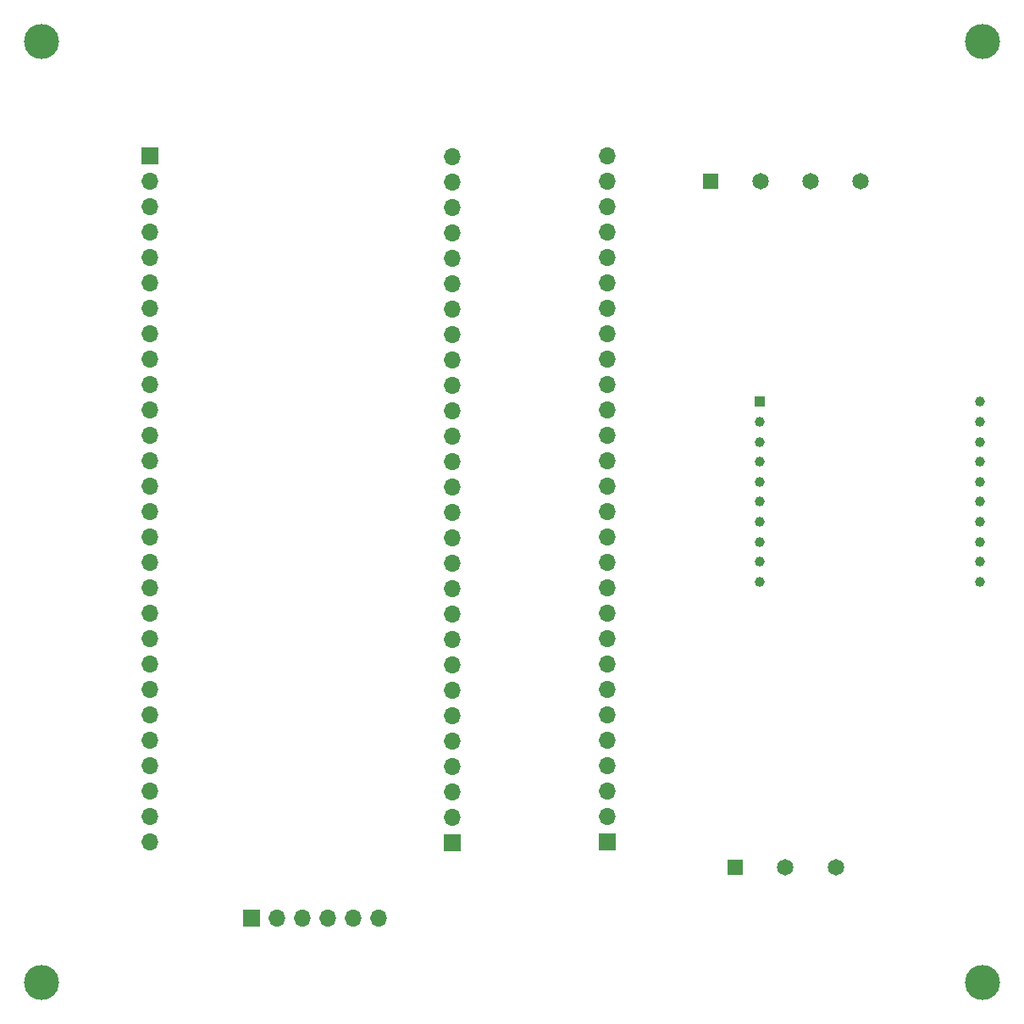
<source format=gbr>
%TF.GenerationSoftware,KiCad,Pcbnew,(5.0.1)-4*%
%TF.CreationDate,2019-03-02T18:56:36-06:00*%
%TF.ProjectId,uC and Xbee,754320616E6420586265652E6B696361,rev?*%
%TF.SameCoordinates,Original*%
%TF.FileFunction,Copper,L1,Top,Signal*%
%TF.FilePolarity,Positive*%
%FSLAX46Y46*%
G04 Gerber Fmt 4.6, Leading zero omitted, Abs format (unit mm)*
G04 Created by KiCad (PCBNEW (5.0.1)-4) date 2019-03-02 6:56:36 PM*
%MOMM*%
%LPD*%
G01*
G04 APERTURE LIST*
%TA.AperFunction,ComponentPad*%
%ADD10C,1.008000*%
%TD*%
%TA.AperFunction,ComponentPad*%
%ADD11R,1.008000X1.008000*%
%TD*%
%TA.AperFunction,ComponentPad*%
%ADD12R,1.650000X1.650000*%
%TD*%
%TA.AperFunction,ComponentPad*%
%ADD13C,1.650000*%
%TD*%
%TA.AperFunction,ComponentPad*%
%ADD14R,1.700000X1.700000*%
%TD*%
%TA.AperFunction,ComponentPad*%
%ADD15O,1.700000X1.700000*%
%TD*%
%TA.AperFunction,ComponentPad*%
%ADD16C,3.500000*%
%TD*%
G04 APERTURE END LIST*
D10*
%TO.P,U1,11*%
%TO.N,Net-(U1-Pad11)*%
X202254000Y-100991000D03*
%TO.P,U1,12*%
%TO.N,Net-(U1-Pad12)*%
X202254000Y-98991000D03*
%TO.P,U1,13*%
%TO.N,Net-(U1-Pad13)*%
X202254000Y-96991000D03*
%TO.P,U1,14*%
%TO.N,Net-(U1-Pad14)*%
X202254000Y-94991000D03*
%TO.P,U1,15*%
%TO.N,Net-(U1-Pad15)*%
X202254000Y-92991000D03*
%TO.P,U1,16*%
%TO.N,Net-(U1-Pad16)*%
X202254000Y-90991000D03*
%TO.P,U1,17*%
%TO.N,Net-(U1-Pad17)*%
X202254000Y-88991000D03*
%TO.P,U1,18*%
%TO.N,Net-(U1-Pad18)*%
X202254000Y-86991000D03*
%TO.P,U1,19*%
%TO.N,Net-(U1-Pad19)*%
X202254000Y-84991000D03*
%TO.P,U1,20*%
%TO.N,Net-(U1-Pad20)*%
X202254000Y-82991000D03*
%TO.P,U1,10*%
%TO.N,GND1*%
X180254000Y-100991000D03*
%TO.P,U1,9*%
%TO.N,Net-(U1-Pad9)*%
X180254000Y-98991000D03*
%TO.P,U1,8*%
%TO.N,Net-(U1-Pad8)*%
X180254000Y-96991000D03*
%TO.P,U1,7*%
%TO.N,Net-(U1-Pad7)*%
X180254000Y-94991000D03*
%TO.P,U1,6*%
%TO.N,Net-(U1-Pad6)*%
X180254000Y-92991000D03*
%TO.P,U1,5*%
%TO.N,Net-(U1-Pad5)*%
X180254000Y-90991000D03*
%TO.P,U1,4*%
%TO.N,Net-(U1-Pad4)*%
X180254000Y-88991000D03*
%TO.P,U1,3*%
%TO.N,PA9*%
X180254000Y-86991000D03*
%TO.P,U1,2*%
%TO.N,PA10*%
X180254000Y-84991000D03*
D11*
%TO.P,U1,1*%
%TO.N,3.3V1*%
X180254000Y-82991000D03*
%TD*%
D12*
%TO.P,J2,1*%
%TO.N,GND1*%
X175340000Y-60920000D03*
D13*
%TO.P,J2,2*%
%TO.N,3.3V1*%
X180340000Y-60920000D03*
%TO.P,J2,3*%
%TO.N,PA0*%
X185340000Y-60920000D03*
%TO.P,J2,4*%
%TO.N,PA1*%
X190340000Y-60920000D03*
%TD*%
D14*
%TO.P,J3,1*%
%TO.N,PB10*%
X129500000Y-134580000D03*
D15*
%TO.P,J3,2*%
%TO.N,PB11*%
X132040000Y-134580000D03*
%TO.P,J3,3*%
%TO.N,PB12*%
X134580000Y-134580000D03*
%TO.P,J3,4*%
%TO.N,PB13*%
X137120000Y-134580000D03*
%TO.P,J3,5*%
%TO.N,PB14*%
X139660000Y-134580000D03*
%TO.P,J3,6*%
%TO.N,PB15*%
X142200000Y-134580000D03*
%TD*%
D12*
%TO.P,J1,1*%
%TO.N,PB0*%
X177840000Y-129500000D03*
D13*
%TO.P,J1,2*%
%TO.N,GND1*%
X182840000Y-129500000D03*
%TO.P,J1,3*%
%TO.N,3.3V1*%
X187840000Y-129500000D03*
%TD*%
D14*
%TO.P,J4,1*%
%TO.N,GND1*%
X119340000Y-58380000D03*
D15*
%TO.P,J4,2*%
%TO.N,Net-(J4-Pad2)*%
X119340000Y-60920000D03*
%TO.P,J4,3*%
%TO.N,3.3V1*%
X119340000Y-63460000D03*
%TO.P,J4,4*%
%TO.N,VBAT*%
X119340000Y-66000000D03*
%TO.P,J4,5*%
%TO.N,PC13*%
X119340000Y-68540000D03*
%TO.P,J4,6*%
%TO.N,PC14*%
X119340000Y-71080000D03*
%TO.P,J4,7*%
%TO.N,PC15*%
X119340000Y-73620000D03*
%TO.P,J4,8*%
%TO.N,PD0*%
X119340000Y-76160000D03*
%TO.P,J4,9*%
%TO.N,PD1*%
X119340000Y-78700000D03*
%TO.P,J4,10*%
%TO.N,RST*%
X119340000Y-81240000D03*
%TO.P,J4,11*%
%TO.N,PC0*%
X119340000Y-83780000D03*
%TO.P,J4,12*%
%TO.N,PC1*%
X119340000Y-86320000D03*
%TO.P,J4,13*%
%TO.N,PC2*%
X119340000Y-88860000D03*
%TO.P,J4,14*%
%TO.N,PC3*%
X119340000Y-91400000D03*
%TO.P,J4,15*%
%TO.N,PA0*%
X119340000Y-93940000D03*
%TO.P,J4,16*%
%TO.N,PA1*%
X119340000Y-96480000D03*
%TO.P,J4,17*%
%TO.N,PA2*%
X119340000Y-99020000D03*
%TO.P,J4,18*%
%TO.N,PA3*%
X119340000Y-101560000D03*
%TO.P,J4,19*%
%TO.N,PA4*%
X119340000Y-104100000D03*
%TO.P,J4,20*%
%TO.N,PA5*%
X119340000Y-106640000D03*
%TO.P,J4,21*%
%TO.N,PA6*%
X119340000Y-109180000D03*
%TO.P,J4,22*%
%TO.N,PA7*%
X119340000Y-111720000D03*
%TO.P,J4,23*%
%TO.N,PC4*%
X119340000Y-114260000D03*
%TO.P,J4,24*%
%TO.N,PC5*%
X119340000Y-116800000D03*
%TO.P,J4,25*%
%TO.N,PB0*%
X119340000Y-119340000D03*
%TO.P,J4,26*%
%TO.N,PB1*%
X119340000Y-121880000D03*
%TO.P,J4,27*%
%TO.N,PB2*%
X119340000Y-124420000D03*
%TO.P,J4,28*%
%TO.N,GND1*%
X119340000Y-126960000D03*
%TD*%
%TO.P,J5,28*%
%TO.N,GND1*%
X149500000Y-58500000D03*
%TO.P,J5,27*%
%TO.N,Net-(J5-Pad27)*%
X149500000Y-61040000D03*
%TO.P,J5,26*%
%TO.N,5V*%
X149500000Y-63580000D03*
%TO.P,J5,25*%
%TO.N,PB9*%
X149500000Y-66120000D03*
%TO.P,J5,24*%
%TO.N,PB8*%
X149500000Y-68660000D03*
%TO.P,J5,23*%
%TO.N,BOOT*%
X149500000Y-71200000D03*
%TO.P,J5,22*%
%TO.N,PB7*%
X149500000Y-73740000D03*
%TO.P,J5,21*%
%TO.N,PB6*%
X149500000Y-76280000D03*
%TO.P,J5,20*%
%TO.N,PB5*%
X149500000Y-78820000D03*
%TO.P,J5,19*%
%TO.N,PB4*%
X149500000Y-81360000D03*
%TO.P,J5,18*%
%TO.N,PB3*%
X149500000Y-83900000D03*
%TO.P,J5,17*%
%TO.N,PD2*%
X149500000Y-86440000D03*
%TO.P,J5,16*%
%TO.N,PC12*%
X149500000Y-88980000D03*
%TO.P,J5,15*%
%TO.N,PC11*%
X149500000Y-91520000D03*
%TO.P,J5,14*%
%TO.N,PC10*%
X149500000Y-94060000D03*
%TO.P,J5,13*%
%TO.N,PA15*%
X149500000Y-96600000D03*
%TO.P,J5,12*%
%TO.N,PA14*%
X149500000Y-99140000D03*
%TO.P,J5,11*%
%TO.N,PA13*%
X149500000Y-101680000D03*
%TO.P,J5,10*%
%TO.N,PA12*%
X149500000Y-104220000D03*
%TO.P,J5,9*%
%TO.N,PA11*%
X149500000Y-106760000D03*
%TO.P,J5,8*%
%TO.N,PA10*%
X149500000Y-109300000D03*
%TO.P,J5,7*%
%TO.N,PA9*%
X149500000Y-111840000D03*
%TO.P,J5,6*%
%TO.N,PA8*%
X149500000Y-114380000D03*
%TO.P,J5,5*%
%TO.N,PC9*%
X149500000Y-116920000D03*
%TO.P,J5,4*%
%TO.N,PC8*%
X149500000Y-119460000D03*
%TO.P,J5,3*%
%TO.N,PC7*%
X149500000Y-122000000D03*
%TO.P,J5,2*%
%TO.N,PC6*%
X149500000Y-124540000D03*
D14*
%TO.P,J5,1*%
%TO.N,GND1*%
X149500000Y-127080000D03*
%TD*%
%TO.P,J6,1*%
%TO.N,GND1*%
X165060000Y-126960000D03*
D15*
%TO.P,J6,2*%
%TO.N,PC6*%
X165060000Y-124420000D03*
%TO.P,J6,3*%
%TO.N,PC7*%
X165060000Y-121880000D03*
%TO.P,J6,4*%
%TO.N,PC8*%
X165060000Y-119340000D03*
%TO.P,J6,5*%
%TO.N,PC9*%
X165060000Y-116800000D03*
%TO.P,J6,6*%
%TO.N,PA8*%
X165060000Y-114260000D03*
%TO.P,J6,7*%
%TO.N,PA9*%
X165060000Y-111720000D03*
%TO.P,J6,8*%
%TO.N,PA10*%
X165060000Y-109180000D03*
%TO.P,J6,9*%
%TO.N,PA11*%
X165060000Y-106640000D03*
%TO.P,J6,10*%
%TO.N,PA12*%
X165060000Y-104100000D03*
%TO.P,J6,11*%
%TO.N,PA13*%
X165060000Y-101560000D03*
%TO.P,J6,12*%
%TO.N,PA14*%
X165060000Y-99020000D03*
%TO.P,J6,13*%
%TO.N,PA15*%
X165060000Y-96480000D03*
%TO.P,J6,14*%
%TO.N,PC10*%
X165060000Y-93940000D03*
%TO.P,J6,15*%
%TO.N,PC11*%
X165060000Y-91400000D03*
%TO.P,J6,16*%
%TO.N,PC12*%
X165060000Y-88860000D03*
%TO.P,J6,17*%
%TO.N,PD2*%
X165060000Y-86320000D03*
%TO.P,J6,18*%
%TO.N,PB3*%
X165060000Y-83780000D03*
%TO.P,J6,19*%
%TO.N,PB4*%
X165060000Y-81240000D03*
%TO.P,J6,20*%
%TO.N,PB5*%
X165060000Y-78700000D03*
%TO.P,J6,21*%
%TO.N,PB6*%
X165060000Y-76160000D03*
%TO.P,J6,22*%
%TO.N,PB7*%
X165060000Y-73620000D03*
%TO.P,J6,23*%
%TO.N,BOOT*%
X165060000Y-71080000D03*
%TO.P,J6,24*%
%TO.N,PB8*%
X165060000Y-68540000D03*
%TO.P,J6,25*%
%TO.N,PB9*%
X165060000Y-66000000D03*
%TO.P,J6,26*%
%TO.N,5V*%
X165060000Y-63460000D03*
%TO.P,J6,27*%
%TO.N,Net-(J6-Pad27)*%
X165060000Y-60920000D03*
%TO.P,J6,28*%
%TO.N,GND1*%
X165060000Y-58380000D03*
%TD*%
D16*
%TO.P,REF\002A\002A,1*%
%TO.N,N/C*%
X202500000Y-47000000D03*
%TD*%
%TO.P,REF\002A\002A,1*%
%TO.N,N/C*%
X108500000Y-47000000D03*
%TD*%
%TO.P,REF\002A\002A,1*%
%TO.N,N/C*%
X108500000Y-141000000D03*
%TD*%
%TO.P,REF\002A\002A,1*%
%TO.N,N/C*%
X202500000Y-141000000D03*
%TD*%
M02*

</source>
